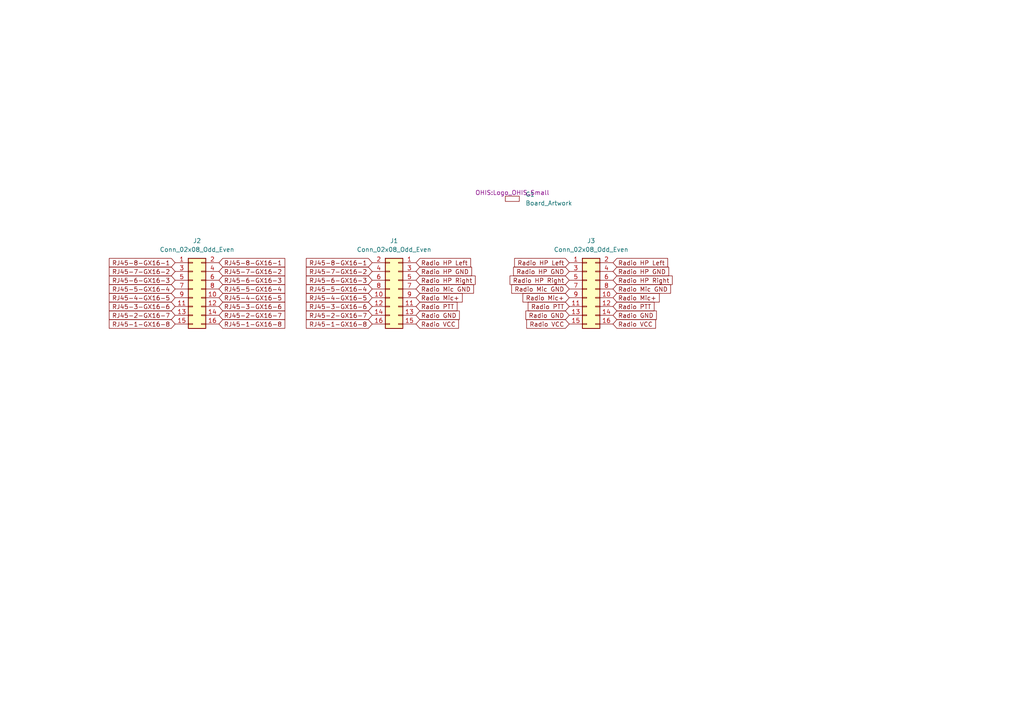
<source format=kicad_sch>
(kicad_sch (version 20250114) (generator "eeschema") (generator_version "9.0")
  (paper "A4")
  (lib_symbols
    (symbol "Connector_Generic:Conn_02x08_Odd_Even" (pin_names (offset 1.016) (hide yes))
      (property "Reference" "J" (at 1.27 10.16 0))
      (property "Value" "Conn_02x08_Odd_Even" (at 1.27 -12.7 0))
      (symbol "Conn_02x08_Odd_Even_1_1"
        (rectangle (start -1.27 8.89) (end 3.81 -11.43) (stroke (width 0.254)) (fill (type background)))
        (rectangle (start -1.27 7.747) (end 0 7.493) (stroke (width 0.1524)))
        (rectangle (start -1.27 5.207) (end 0 4.953) (stroke (width 0.1524)))
        (rectangle (start -1.27 2.667) (end 0 2.413) (stroke (width 0.1524)))
        (rectangle (start -1.27 0.127) (end 0 -0.127) (stroke (width 0.1524)))
        (rectangle (start -1.27 -2.413) (end 0 -2.667) (stroke (width 0.1524)))
        (rectangle (start -1.27 -4.953) (end 0 -5.207) (stroke (width 0.1524)))
        (rectangle (start -1.27 -7.493) (end 0 -7.747) (stroke (width 0.1524)))
        (rectangle (start -1.27 -10.033) (end 0 -10.287) (stroke (width 0.1524)))
        (rectangle (start 3.81 7.747) (end 2.54 7.493) (stroke (width 0.1524)))
        (rectangle (start 3.81 5.207) (end 2.54 4.953) (stroke (width 0.1524)))
        (rectangle (start 3.81 2.667) (end 2.54 2.413) (stroke (width 0.1524)))
        (rectangle (start 3.81 0.127) (end 2.54 -0.127) (stroke (width 0.1524)))
        (rectangle (start 3.81 -2.413) (end 2.54 -2.667) (stroke (width 0.1524)))
        (rectangle (start 3.81 -4.953) (end 2.54 -5.207) (stroke (width 0.1524)))
        (rectangle (start 3.81 -7.493) (end 2.54 -7.747) (stroke (width 0.1524)))
        (rectangle (start 3.81 -10.033) (end 2.54 -10.287) (stroke (width 0.1524)))
        (pin passive line (at -5.08 7.62 0) (length 3.81) (name "Pin_1") (number "1"))
        (pin passive line (at -5.08 5.08 0) (length 3.81) (name "Pin_3") (number "3"))
        (pin passive line (at -5.08 2.54 0) (length 3.81) (name "Pin_5") (number "5"))
        (pin passive line (at -5.08 0 0) (length 3.81) (name "Pin_7") (number "7"))
        (pin passive line (at -5.08 -2.54 0) (length 3.81) (name "Pin_9") (number "9"))
        (pin passive line (at -5.08 -5.08 0) (length 3.81) (name "Pin_11") (number "11"))
        (pin passive line (at -5.08 -7.62 0) (length 3.81) (name "Pin_13") (number "13"))
        (pin passive line (at -5.08 -10.16 0) (length 3.81) (name "Pin_15") (number "15"))
        (pin passive line (at 7.62 7.62 180) (length 3.81) (name "Pin_2") (number "2"))
        (pin passive line (at 7.62 5.08 180) (length 3.81) (name "Pin_4") (number "4"))
        (pin passive line (at 7.62 2.54 180) (length 3.81) (name "Pin_6") (number "6"))
        (pin passive line (at 7.62 0 180) (length 3.81) (name "Pin_8") (number "8"))
        (pin passive line (at 7.62 -2.54 180) (length 3.81) (name "Pin_10") (number "10"))
        (pin passive line (at 7.62 -5.08 180) (length 3.81) (name "Pin_12") (number "12"))
        (pin passive line (at 7.62 -7.62 180) (length 3.81) (name "Pin_14") (number "14"))
        (pin passive line (at 7.62 -10.16 180) (length 3.81) (name "Pin_16") (number "16"))
      )
    )
    (symbol "Libraries:Board_Artwork" (in_bom no)
      (property "Reference" "G" (at 0 0 0))
      (property "Value" "Board_Artwork" (at 0 2.032 0))
      (symbol "Board_Artwork_0_1"
        (rectangle (start -2.032 -1.016) (end 2.032 -2.54))
      )
    )
  )
  (global_label "RJ45-3-GX16-6" (shape input) (at 50.8 88.9 180) (property "Intersheetrefs" "${INTERSHEET_REFS}" (effects (hide yes))))
  (global_label "Radio Mic GND" (shape input) (at 165.1 83.82 180) (property "Intersheetrefs" "${INTERSHEET_REFS}" (effects (hide yes))))
  (global_label "RJ45-7-GX16-2" (shape input) (at 107.95 78.74 180) (property "Intersheetrefs" "${INTERSHEET_REFS}" (effects (hide yes))))
  (global_label "Radio VCC" (shape input) (at 120.65 93.98 0) (property "Intersheetrefs" "${INTERSHEET_REFS}" (effects (hide yes))))
  (global_label "RJ45-6-GX16-3" (shape input) (at 50.8 81.28 180) (property "Intersheetrefs" "${INTERSHEET_REFS}" (effects (hide yes))))
  (global_label "RJ45-2-GX16-7" (shape input) (at 63.5 91.44 0) (property "Intersheetrefs" "${INTERSHEET_REFS}" (effects (hide yes))))
  (global_label "Radio PTT" (shape input) (at 165.1 88.9 180) (property "Intersheetrefs" "${INTERSHEET_REFS}" (effects (hide yes))))
  (global_label "Radio HP Right" (shape input) (at 120.65 81.28 0) (property "Intersheetrefs" "${INTERSHEET_REFS}" (effects (hide yes))))
  (global_label "RJ45-5-GX16-4" (shape input) (at 50.8 83.82 180) (property "Intersheetrefs" "${INTERSHEET_REFS}" (effects (hide yes))))
  (global_label "Radio PTT" (shape input) (at 120.65 88.9 0) (property "Intersheetrefs" "${INTERSHEET_REFS}" (effects (hide yes))))
  (global_label "RJ45-8-GX16-1" (shape input) (at 63.5 76.2 0) (property "Intersheetrefs" "${INTERSHEET_REFS}" (effects (hide yes))))
  (global_label "RJ45-7-GX16-2" (shape input) (at 63.5 78.74 0) (property "Intersheetrefs" "${INTERSHEET_REFS}" (effects (hide yes))))
  (global_label "RJ45-1-GX16-8" (shape input) (at 50.8 93.98 180) (property "Intersheetrefs" "${INTERSHEET_REFS}" (effects (hide yes))))
  (global_label "Radio GND" (shape input) (at 120.65 91.44 0) (property "Intersheetrefs" "${INTERSHEET_REFS}" (effects (hide yes))))
  (global_label "RJ45-7-GX16-2" (shape input) (at 50.8 78.74 180) (property "Intersheetrefs" "${INTERSHEET_REFS}" (effects (hide yes))))
  (global_label "RJ45-2-GX16-7" (shape input) (at 107.95 91.44 180) (property "Intersheetrefs" "${INTERSHEET_REFS}" (effects (hide yes))))
  (global_label "Radio VCC" (shape input) (at 177.8 93.98 0) (property "Intersheetrefs" "${INTERSHEET_REFS}" (effects (hide yes))))
  (global_label "Radio Mic+" (shape input) (at 177.8 86.36 0) (property "Intersheetrefs" "${INTERSHEET_REFS}" (effects (hide yes))))
  (global_label "Radio HP GND" (shape input) (at 165.1 78.74 180) (property "Intersheetrefs" "${INTERSHEET_REFS}" (effects (hide yes))))
  (global_label "RJ45-8-GX16-1" (shape input) (at 107.95 76.2 180) (property "Intersheetrefs" "${INTERSHEET_REFS}" (effects (hide yes))))
  (global_label "RJ45-5-GX16-4" (shape input) (at 107.95 83.82 180) (property "Intersheetrefs" "${INTERSHEET_REFS}" (effects (hide yes))))
  (global_label "Radio HP Right" (shape input) (at 177.8 81.28 0) (property "Intersheetrefs" "${INTERSHEET_REFS}" (effects (hide yes))))
  (global_label "RJ45-8-GX16-1" (shape input) (at 50.8 76.2 180) (property "Intersheetrefs" "${INTERSHEET_REFS}" (effects (hide yes))))
  (global_label "RJ45-3-GX16-6" (shape input) (at 107.95 88.9 180) (property "Intersheetrefs" "${INTERSHEET_REFS}" (effects (hide yes))))
  (global_label "Radio HP Left" (shape input) (at 165.1 76.2 180) (property "Intersheetrefs" "${INTERSHEET_REFS}" (effects (hide yes))))
  (global_label "RJ45-6-GX16-3" (shape input) (at 63.5 81.28 0) (property "Intersheetrefs" "${INTERSHEET_REFS}" (effects (hide yes))))
  (global_label "RJ45-4-GX16-5" (shape input) (at 50.8 86.36 180) (property "Intersheetrefs" "${INTERSHEET_REFS}" (effects (hide yes))))
  (global_label "RJ45-3-GX16-6" (shape input) (at 63.5 88.9 0) (property "Intersheetrefs" "${INTERSHEET_REFS}" (effects (hide yes))))
  (global_label "RJ45-1-GX16-8" (shape input) (at 63.5 93.98 0) (property "Intersheetrefs" "${INTERSHEET_REFS}" (effects (hide yes))))
  (global_label "RJ45-2-GX16-7" (shape input) (at 50.8 91.44 180) (property "Intersheetrefs" "${INTERSHEET_REFS}" (effects (hide yes))))
  (global_label "Radio HP GND" (shape input) (at 177.8 78.74 0) (property "Intersheetrefs" "${INTERSHEET_REFS}" (effects (hide yes))))
  (global_label "RJ45-5-GX16-4" (shape input) (at 63.5 83.82 0) (property "Intersheetrefs" "${INTERSHEET_REFS}" (effects (hide yes))))
  (global_label "RJ45-6-GX16-3" (shape input) (at 107.95 81.28 180) (property "Intersheetrefs" "${INTERSHEET_REFS}" (effects (hide yes))))
  (global_label "RJ45-4-GX16-5" (shape input) (at 107.95 86.36 180) (property "Intersheetrefs" "${INTERSHEET_REFS}" (effects (hide yes))))
  (global_label "Radio HP Right" (shape input) (at 165.1 81.28 180) (property "Intersheetrefs" "${INTERSHEET_REFS}" (effects (hide yes))))
  (global_label "Radio HP Left" (shape input) (at 177.8 76.2 0) (property "Intersheetrefs" "${INTERSHEET_REFS}" (effects (hide yes))))
  (global_label "Radio HP Left" (shape input) (at 120.65 76.2 0) (property "Intersheetrefs" "${INTERSHEET_REFS}" (effects (hide yes))))
  (global_label "Radio GND" (shape input) (at 177.8 91.44 0) (property "Intersheetrefs" "${INTERSHEET_REFS}" (effects (hide yes))))
  (global_label "Radio VCC" (shape input) (at 165.1 93.98 180) (property "Intersheetrefs" "${INTERSHEET_REFS}" (effects (hide yes))))
  (global_label "Radio Mic+" (shape input) (at 165.1 86.36 180) (property "Intersheetrefs" "${INTERSHEET_REFS}" (effects (hide yes))))
  (global_label "Radio GND" (shape input) (at 165.1 91.44 180) (property "Intersheetrefs" "${INTERSHEET_REFS}" (effects (hide yes))))
  (global_label "Radio PTT" (shape input) (at 177.8 88.9 0) (property "Intersheetrefs" "${INTERSHEET_REFS}" (effects (hide yes))))
  (global_label "Radio Mic GND" (shape input) (at 177.8 83.82 0) (property "Intersheetrefs" "${INTERSHEET_REFS}" (effects (hide yes))))
  (global_label "Radio Mic+" (shape input) (at 120.65 86.36 0) (property "Intersheetrefs" "${INTERSHEET_REFS}" (effects (hide yes))))
  (global_label "Radio HP GND" (shape input) (at 120.65 78.74 0) (property "Intersheetrefs" "${INTERSHEET_REFS}" (effects (hide yes))))
  (global_label "RJ45-4-GX16-5" (shape input) (at 63.5 86.36 0) (property "Intersheetrefs" "${INTERSHEET_REFS}" (effects (hide yes))))
  (global_label "Radio Mic GND" (shape input) (at 120.65 83.82 0) (property "Intersheetrefs" "${INTERSHEET_REFS}" (effects (hide yes))))
  (global_label "RJ45-1-GX16-8" (shape input) (at 107.95 93.98 180) (property "Intersheetrefs" "${INTERSHEET_REFS}" (effects (hide yes))))
  (symbol (lib_id "Libraries:Board_Artwork") (at 148.59 55.88 0) (unit 1) (in_bom no)
    (property "Reference" "G1" (at 152.4 56.3879 0) (effects (justify left)))
    (property "Value" "Board_Artwork" (at 152.4 58.9279 0) (effects (justify left)))
    (property "Footprint" "OHIS:Logo_OHIS_Small" (at 148.59 55.88 0))
  )
  (symbol (lib_id "Connector_Generic:Conn_02x08_Odd_Even") (at 170.18 83.82 0) (unit 1)
    (property "Reference" "J3" (at 171.45 69.85 0))
    (property "Value" "Conn_02x08_Odd_Even" (at 171.45 72.39 0))
    (property "Footprint" "Connector_PinSocket_2.54mm:PinSocket_2x08_P2.54mm_Vertical" (effects (hide yes)))
    (property "Description" "Generic connector, double row, 02x08, odd/even pin numbering scheme (row 1 odd numbers, row 2 even numbers), script generated (kicad-library-utils/schlib/autogen/connector/)" (effects (hide yes)))
  )
  (symbol (lib_id "Connector_Generic:Conn_02x08_Odd_Even") (at 115.57 83.82 0) (mirror y) (unit 1)
    (property "Reference" "J1" (at 114.3 69.85 0))
    (property "Value" "Conn_02x08_Odd_Even" (at 114.3 72.39 0))
    (property "Footprint" "Connector_PinSocket_2.54mm:PinSocket_2x08_P2.54mm_Vertical" (effects (hide yes)))
    (property "Description" "Generic connector, double row, 02x08, odd/even pin numbering scheme (row 1 odd numbers, row 2 even numbers), script generated (kicad-library-utils/schlib/autogen/connector/)" (effects (hide yes)))
  )
  (symbol (lib_id "Connector_Generic:Conn_02x08_Odd_Even") (at 55.88 83.82 0) (unit 1)
    (property "Reference" "J2" (at 57.15 69.85 0))
    (property "Value" "Conn_02x08_Odd_Even" (at 57.15 72.39 0))
    (property "Footprint" "Connector_PinSocket_2.54mm:PinSocket_2x08_P2.54mm_Vertical" (effects (hide yes)))
    (property "Description" "Generic connector, double row, 02x08, odd/even pin numbering scheme (row 1 odd numbers, row 2 even numbers), script generated (kicad-library-utils/schlib/autogen/connector/)" (effects (hide yes)))
  )
)
</source>
